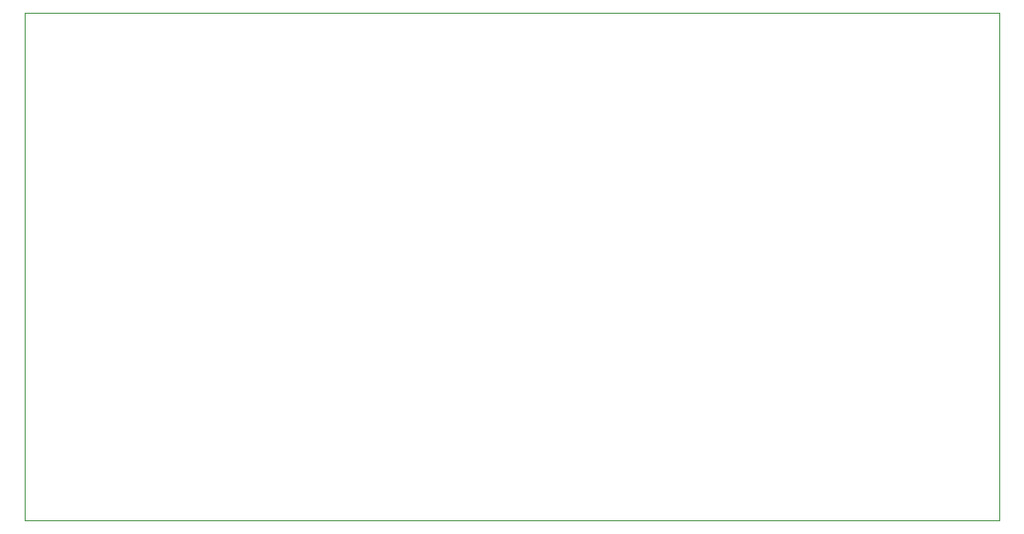
<source format=gbr>
G04 #@! TF.GenerationSoftware,KiCad,Pcbnew,(5.1.8)-1*
G04 #@! TF.CreationDate,2021-04-20T10:50:45+02:00*
G04 #@! TF.ProjectId,PB170,50423137-302e-46b6-9963-61645f706362,rev?*
G04 #@! TF.SameCoordinates,Original*
G04 #@! TF.FileFunction,Profile,NP*
%FSLAX46Y46*%
G04 Gerber Fmt 4.6, Leading zero omitted, Abs format (unit mm)*
G04 Created by KiCad (PCBNEW (5.1.8)-1) date 2021-04-20 10:50:45*
%MOMM*%
%LPD*%
G01*
G04 APERTURE LIST*
G04 #@! TA.AperFunction,Profile*
%ADD10C,0.100000*%
G04 #@! TD*
G04 APERTURE END LIST*
D10*
X124460000Y-31750000D02*
X124460000Y-78740000D01*
X34290000Y-31750000D02*
X124460000Y-31750000D01*
X34290000Y-78740000D02*
X34290000Y-31750000D01*
X124460000Y-78740000D02*
X34290000Y-78740000D01*
M02*

</source>
